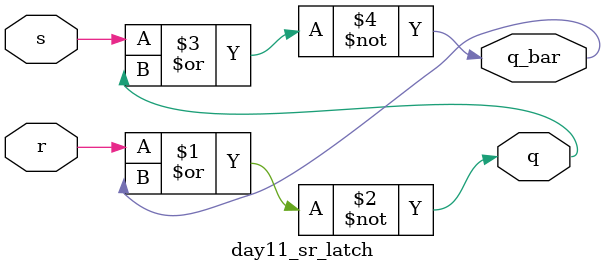
<source format=v>

module day11_sr_latch(
    input wire s,      // Set
    input wire r,      // Reset
    output wire q,     // Main Output
    output wire q_bar  // Inverted Output
);

    // This is "Cross-Coupled" Logic
    // The output of one gate becomes the input of the other!
    assign q = ~(r | q_bar);
    assign q_bar = ~(s | q);

endmodule

</source>
